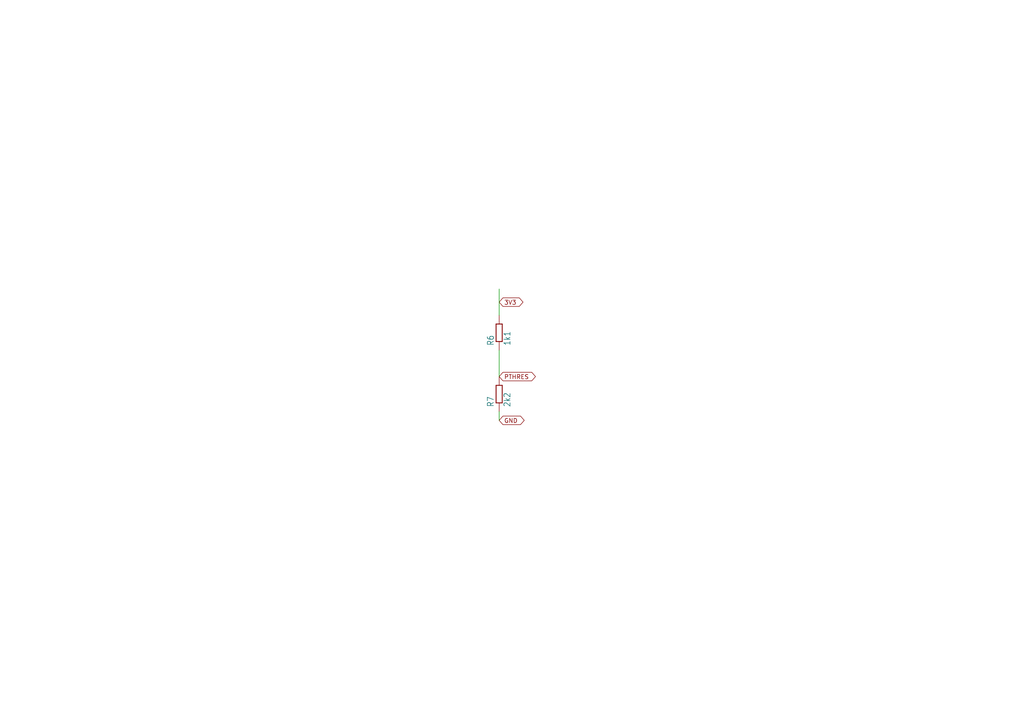
<source format=kicad_sch>
(kicad_sch (version 20231120) (generator "eeschema") (generator_version "8.0")
  (paper "A4")
  (lib_symbols
    (symbol "pokeymax4-eagle-import:R-EU_R0402"
      (property "Reference" "R" (at -3.81 1.4986 0))
      (symbol "R-EU_R0402_1_0"
        (polyline (pts (xy -2.54 -0.889) (xy -2.54 0.889)) (stroke (width 0.254)))
        (polyline (pts (xy -2.54 -0.889) (xy 2.54 -0.889)) (stroke (width 0.254)))
        (polyline (pts (xy 2.54 -0.889) (xy 2.54 0.889)) (stroke (width 0.254)))
        (polyline (pts (xy 2.54 0.889) (xy -2.54 0.889)) (stroke (width 0.254)))
        (pin passive line (at -5.08 0 0) (length 2.54) (name "1") (number "1"))
        (pin passive line (at 5.08 0 180) (length 2.54) (name "2") (number "2"))
      )
    )
  )
  (wire (pts (xy 144.78 83.82) (xy 144.78 91.44)) (stroke (width 0.1524)))
  (wire (pts (xy 144.78 119.38) (xy 144.78 121.92)) (stroke (width 0.1524)))
  (wire (pts (xy 144.78 109.22) (xy 144.78 101.6)) (stroke (width 0.1524)))
  (global_label "PTHRES" (shape bidirectional) (at 144.78 109.22 0) (effects (font (size 1.2446 1.2446))) (property "Intersheetrefs" "${INTERSHEET_REFS}" (effects (hide yes))))
  (global_label "GND" (shape bidirectional) (at 144.78 121.92 0) (effects (font (size 1.2446 1.2446))) (property "Intersheetrefs" "${INTERSHEET_REFS}" (effects (hide yes))))
  (global_label "3V3" (shape bidirectional) (at 144.78 87.63 0) (effects (font (size 1.2446 1.2446))) (property "Intersheetrefs" "${INTERSHEET_REFS}" (effects (hide yes))))
  (symbol (lib_id "pokeymax4-eagle-import:R-EU_R0402") (at 144.78 96.52 90) (unit 1)
    (property "Reference" "R6" (at 143.2814 100.33 0) (effects (font (size 1.778 1.5113)) (justify left bottom)))
    (property "Value" "1k1" (at 148.082 100.33 0) (effects (font (size 1.778 1.5113)) (justify left bottom)))
    (property "Footprint" "pokeymax4:R0402" (effects (hide yes)))
    (property "LCSC Part #" "C25860" (effects (hide yes)))
  )
  (symbol (lib_id "pokeymax4-eagle-import:R-EU_R0402") (at 144.78 114.3 90) (unit 1)
    (property "Reference" "R7" (at 143.2814 118.11 0) (effects (font (size 1.778 1.5113)) (justify left bottom)))
    (property "Value" "2k2" (at 148.082 118.11 0) (effects (font (size 1.778 1.5113)) (justify left bottom)))
    (property "Footprint" "pokeymax4:R0402" (effects (hide yes)))
    (property "LCSC Part #" " C25879" (effects (hide yes)))
  )
)
</source>
